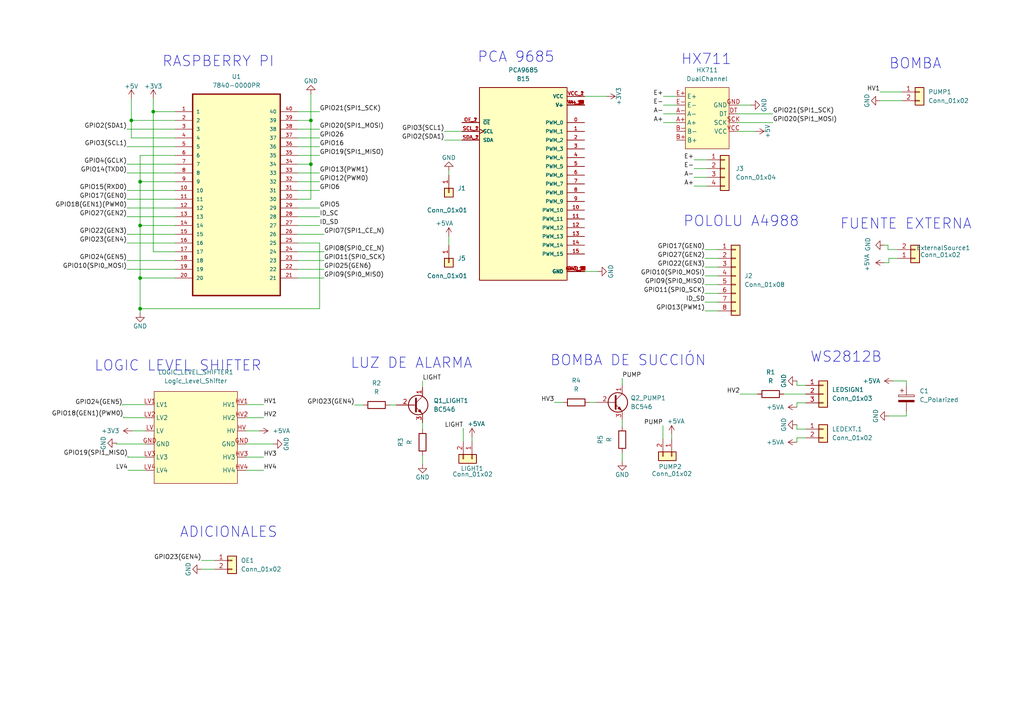
<source format=kicad_sch>
(kicad_sch (version 20211123) (generator eeschema)
  (paper "A4")
  (title_block (date "15 nov 2012"))
  (lib_symbols
    (symbol "7840-0000PR:7840-0000PR" (pin_names (offset 1.016))
      (property "Reference" "U" (at -5.461 26.8732 0))
      (property "Value" "7840-0000PR" (at -3.683 -36.0172 0))
      (symbol "7840-0000PR_0_0"
        (rectangle (start -12.7 -33.02) (end 12.7 25.4) (stroke (width 0.4064)) (fill (type background)))
        (pin passive line (at -17.78 20.32 0) (length 5.08) (name "1") (number "1"))
        (pin passive line (at -17.78 -2.54 0) (length 5.08) (name "10") (number "10"))
        (pin passive line (at -17.78 -5.08 0) (length 5.08) (name "11") (number "11"))
        (pin passive line (at -17.78 -7.62 0) (length 5.08) (name "12") (number "12"))
        (pin passive line (at -17.78 -10.16 0) (length 5.08) (name "13") (number "13"))
        (pin passive line (at -17.78 -12.7 0) (length 5.08) (name "14") (number "14"))
        (pin passive line (at -17.78 -15.24 0) (length 5.08) (name "15") (number "15"))
        (pin passive line (at -17.78 -17.78 0) (length 5.08) (name "16") (number "16"))
        (pin passive line (at -17.78 -20.32 0) (length 5.08) (name "17") (number "17"))
        (pin passive line (at -17.78 -22.86 0) (length 5.08) (name "18") (number "18"))
        (pin passive line (at -17.78 -25.4 0) (length 5.08) (name "19") (number "19"))
        (pin passive line (at -17.78 17.78 0) (length 5.08) (name "2") (number "2"))
        (pin passive line (at -17.78 -27.94 0) (length 5.08) (name "20") (number "20"))
        (pin passive line (at 17.78 -27.94 180) (length 5.08) (name "21") (number "21"))
        (pin passive line (at 17.78 -25.4 180) (length 5.08) (name "22") (number "22"))
        (pin passive line (at 17.78 -22.86 180) (length 5.08) (name "23") (number "23"))
        (pin passive line (at 17.78 -20.32 180) (length 5.08) (name "24") (number "24"))
        (pin passive line (at 17.78 -17.78 180) (length 5.08) (name "25") (number "25"))
        (pin passive line (at 17.78 -15.24 180) (length 5.08) (name "26") (number "26"))
        (pin passive line (at 17.78 -12.7 180) (length 5.08) (name "27") (number "27"))
        (pin passive line (at 17.78 -10.16 180) (length 5.08) (name "28") (number "28"))
        (pin passive line (at 17.78 -7.62 180) (length 5.08) (name "29") (number "29"))
        (pin passive line (at -17.78 15.24 0) (length 5.08) (name "3") (number "3"))
        (pin passive line (at 17.78 -5.08 180) (length 5.08) (name "30") (number "30"))
        (pin passive line (at 17.78 -2.54 180) (length 5.08) (name "31") (number "31"))
        (pin passive line (at 17.78 0 180) (length 5.08) (name "32") (number "32"))
        (pin passive line (at 17.78 2.54 180) (length 5.08) (name "33") (number "33"))
        (pin passive line (at 17.78 5.08 180) (length 5.08) (name "34") (number "34"))
        (pin passive line (at 17.78 7.62 180) (length 5.08) (name "35") (number "35"))
        (pin passive line (at 17.78 10.16 180) (length 5.08) (name "36") (number "36"))
        (pin passive line (at 17.78 12.7 180) (length 5.08) (name "37") (number "37"))
        (pin passive line (at 17.78 15.24 180) (length 5.08) (name "38") (number "38"))
        (pin passive line (at 17.78 17.78 180) (length 5.08) (name "39") (number "39"))
        (pin passive line (at -17.78 12.7 0) (length 5.08) (name "4") (number "4"))
        (pin passive line (at 17.78 20.32 180) (length 5.08) (name "40") (number "40"))
        (pin passive line (at -17.78 10.16 0) (length 5.08) (name "5") (number "5"))
        (pin passive line (at -17.78 7.62 0) (length 5.08) (name "6") (number "6"))
        (pin passive line (at -17.78 5.08 0) (length 5.08) (name "7") (number "7"))
        (pin passive line (at -17.78 2.54 0) (length 5.08) (name "8") (number "8"))
        (pin passive line (at -17.78 0 0) (length 5.08) (name "9") (number "9"))
      )
    )
    (symbol "Connector_Generic:Conn_01x01" (pin_names (offset 1.016) hide)
      (property "Reference" "J" (at 0 2.54 0))
      (property "Value" "Conn_01x01" (at 0 -2.54 0))
      (symbol "Conn_01x01_1_1"
        (rectangle (start -1.27 0.127) (end 0 -0.127) (stroke (width 0.1524)))
        (rectangle (start -1.27 1.27) (end 1.27 -1.27) (stroke (width 0.254)) (fill (type background)))
        (pin passive line (at -5.08 0 0) (length 3.81) (name "Pin_1") (number "1"))
      )
    )
    (symbol "Connector_Generic:Conn_01x02" (pin_names (offset 1.016) hide)
      (property "Reference" "J" (at 0 2.54 0))
      (property "Value" "Conn_01x02" (at 0 -5.08 0))
      (symbol "Conn_01x02_1_1"
        (rectangle (start -1.27 -2.413) (end 0 -2.667) (stroke (width 0.1524)))
        (rectangle (start -1.27 0.127) (end 0 -0.127) (stroke (width 0.1524)))
        (rectangle (start -1.27 1.27) (end 1.27 -3.81) (stroke (width 0.254)) (fill (type background)))
        (pin passive line (at -5.08 0 0) (length 3.81) (name "Pin_1") (number "1"))
        (pin passive line (at -5.08 -2.54 0) (length 3.81) (name "Pin_2") (number "2"))
      )
    )
    (symbol "Connector_Generic:Conn_01x03" (pin_names (offset 1.016) hide)
      (property "Reference" "J" (at 0 5.08 0))
      (property "Value" "Conn_01x03" (at 0 -5.08 0))
      (symbol "Conn_01x03_1_1"
        (rectangle (start -1.27 -2.413) (end 0 -2.667) (stroke (width 0.1524)))
        (rectangle (start -1.27 0.127) (end 0 -0.127) (stroke (width 0.1524)))
        (rectangle (start -1.27 2.667) (end 0 2.413) (stroke (width 0.1524)))
        (rectangle (start -1.27 3.81) (end 1.27 -3.81) (stroke (width 0.254)) (fill (type background)))
        (pin passive line (at -5.08 2.54 0) (length 3.81) (name "Pin_1") (number "1"))
        (pin passive line (at -5.08 0 0) (length 3.81) (name "Pin_2") (number "2"))
        (pin passive line (at -5.08 -2.54 0) (length 3.81) (name "Pin_3") (number "3"))
      )
    )
    (symbol "Connector_Generic:Conn_01x04" (pin_names (offset 1.016) hide)
      (property "Reference" "J" (at 0 5.08 0))
      (property "Value" "Conn_01x04" (at 0 -7.62 0))
      (symbol "Conn_01x04_1_1"
        (rectangle (start -1.27 -4.953) (end 0 -5.207) (stroke (width 0.1524)))
        (rectangle (start -1.27 -2.413) (end 0 -2.667) (stroke (width 0.1524)))
        (rectangle (start -1.27 0.127) (end 0 -0.127) (stroke (width 0.1524)))
        (rectangle (start -1.27 2.667) (end 0 2.413) (stroke (width 0.1524)))
        (rectangle (start -1.27 3.81) (end 1.27 -6.35) (stroke (width 0.254)) (fill (type background)))
        (pin passive line (at -5.08 2.54 0) (length 3.81) (name "Pin_1") (number "1"))
        (pin passive line (at -5.08 0 0) (length 3.81) (name "Pin_2") (number "2"))
        (pin passive line (at -5.08 -2.54 0) (length 3.81) (name "Pin_3") (number "3"))
        (pin passive line (at -5.08 -5.08 0) (length 3.81) (name "Pin_4") (number "4"))
      )
    )
    (symbol "Connector_Generic:Conn_01x08" (pin_names (offset 1.016) hide)
      (property "Reference" "J" (at 0 10.16 0))
      (property "Value" "Conn_01x08" (at 0 -12.7 0))
      (symbol "Conn_01x08_1_1"
        (rectangle (start -1.27 -10.033) (end 0 -10.287) (stroke (width 0.1524)))
        (rectangle (start -1.27 -7.493) (end 0 -7.747) (stroke (width 0.1524)))
        (rectangle (start -1.27 -4.953) (end 0 -5.207) (stroke (width 0.1524)))
        (rectangle (start -1.27 -2.413) (end 0 -2.667) (stroke (width 0.1524)))
        (rectangle (start -1.27 0.127) (end 0 -0.127) (stroke (width 0.1524)))
        (rectangle (start -1.27 2.667) (end 0 2.413) (stroke (width 0.1524)))
        (rectangle (start -1.27 5.207) (end 0 4.953) (stroke (width 0.1524)))
        (rectangle (start -1.27 7.747) (end 0 7.493) (stroke (width 0.1524)))
        (rectangle (start -1.27 8.89) (end 1.27 -11.43) (stroke (width 0.254)) (fill (type background)))
        (pin passive line (at -5.08 7.62 0) (length 3.81) (name "Pin_1") (number "1"))
        (pin passive line (at -5.08 5.08 0) (length 3.81) (name "Pin_2") (number "2"))
        (pin passive line (at -5.08 2.54 0) (length 3.81) (name "Pin_3") (number "3"))
        (pin passive line (at -5.08 0 0) (length 3.81) (name "Pin_4") (number "4"))
        (pin passive line (at -5.08 -2.54 0) (length 3.81) (name "Pin_5") (number "5"))
        (pin passive line (at -5.08 -5.08 0) (length 3.81) (name "Pin_6") (number "6"))
        (pin passive line (at -5.08 -7.62 0) (length 3.81) (name "Pin_7") (number "7"))
        (pin passive line (at -5.08 -10.16 0) (length 3.81) (name "Pin_8") (number "8"))
      )
    )
    (symbol "Device:C_Polarized" (pin_numbers hide) (pin_names (offset 0.254))
      (property "Reference" "C" (at 0.635 2.54 0))
      (property "Value" "C_Polarized" (at 0.635 -2.54 0))
      (symbol "C_Polarized_0_1"
        (rectangle (start -2.286 0.508) (end 2.286 1.016))
        (polyline (pts (xy -1.778 2.286) (xy -0.762 2.286)))
        (polyline (pts (xy -1.27 2.794) (xy -1.27 1.778)))
        (rectangle (start 2.286 -0.508) (end -2.286 -1.016) (fill (type outline)))
      )
      (symbol "C_Polarized_1_1"
        (pin passive line (at 0 3.81 270) (length 2.794) (name "~") (number "1"))
        (pin passive line (at 0 -3.81 90) (length 2.794) (name "~") (number "2"))
      )
    )
    (symbol "Device:R" (pin_numbers hide) (pin_names (offset 0))
      (property "Reference" "R" (at 2.032 0 90))
      (property "Value" "R" (at 0 0 90))
      (symbol "R_0_1"
        (rectangle (start -1.016 -2.54) (end 1.016 2.54) (stroke (width 0.254)))
      )
      (symbol "R_1_1"
        (pin passive line (at 0 3.81 270) (length 1.27) (name "~") (number "1"))
        (pin passive line (at 0 -3.81 90) (length 1.27) (name "~") (number "2"))
      )
    )
    (symbol "DualChannel_HX711:DualChannel"
      (property "Reference" "U" (at 2.54 0 0))
      (property "Value" "DualChannel" (at 2.54 -2.54 0))
      (symbol "DualChannel_0_1"
        (rectangle (start -3.81 -3.81) (end 8.89 -21.59) (fill (type background)))
      )
      (symbol "DualChannel_1_1"
        (pin input line (at -6.35 -13.97 0) (length 2.54) (name "A+") (number "A+"))
        (pin input line (at -6.35 -11.43 0) (length 2.54) (name "A-") (number "A-"))
        (pin input line (at -6.35 -19.05 0) (length 2.54) (name "B+") (number "B+"))
        (pin input line (at -6.35 -16.51 0) (length 2.54) (name "B-") (number "B-"))
        (pin input line (at 11.43 -11.43 180) (length 2.54) (name "DT") (number "DT"))
        (pin input line (at -6.35 -6.35 0) (length 2.54) (name "E+") (number "E+"))
        (pin input line (at -6.35 -8.89 0) (length 2.54) (name "E-") (number "E-"))
        (pin input line (at 11.43 -8.89 180) (length 2.54) (name "GND") (number "GND"))
        (pin input line (at 11.43 -13.97 180) (length 2.54) (name "SCK") (number "SCK"))
        (pin input line (at 11.43 -16.51 180) (length 2.54) (name "VCC") (number "VCC"))
      )
    )
    (symbol "Logic_level:Logic_Level_Shifter"
      (property "Reference" "U" (at 0 1.27 0))
      (property "Value" "Logic_Level_Shifter" (at 0 0 0))
      (symbol "Logic_Level_Shifter_0_1"
        (rectangle (start -12.7 -3.81) (end 11.43 -30.48) (fill (type background)))
      )
      (symbol "Logic_Level_Shifter_1_1"
        (pin input line (at -15.24 -19.05 0) (length 2.54) (name "GND") (number "GND"))
        (pin input line (at 13.97 -19.05 180) (length 2.54) (name "GND") (number "GND"))
        (pin input line (at 13.97 -15.24 180) (length 2.54) (name "HV") (number "HV"))
        (pin input line (at 13.97 -7.62 180) (length 2.54) (name "HV1") (number "HV1"))
        (pin input line (at 13.97 -11.43 180) (length 2.54) (name "HV2") (number "HV2"))
        (pin input line (at 13.97 -22.86 180) (length 2.54) (name "HV3") (number "HV3"))
        (pin input line (at 13.97 -26.67 180) (length 2.54) (name "HV4") (number "HV4"))
        (pin input line (at -15.24 -15.24 0) (length 2.54) (name "LV") (number "LV"))
        (pin input line (at -15.24 -7.62 0) (length 2.54) (name "LV1") (number "LV1"))
        (pin input line (at -15.24 -11.43 0) (length 2.54) (name "LV2") (number "LV2"))
        (pin input line (at -15.24 -22.86 0) (length 2.54) (name "LV3") (number "LV3"))
        (pin input line (at -15.24 -26.67 0) (length 2.54) (name "LV4") (number "LV4"))
      )
    )
    (symbol "PCA9685:815" (pin_names (offset 1.016))
      (property "Reference" "U" (at -12.7 28.702 0))
      (property "Value" "815" (at -12.7 -30.48 0))
      (symbol "815_0_0"
        (rectangle (start -12.7 -27.94) (end 12.7 27.94) (stroke (width 0.254)) (fill (type background)))
        (pin output line (at 17.78 17.78 180) (length 5.08) (name "PWM_0") (number "0"))
        (pin output line (at 17.78 15.24 180) (length 5.08) (name "PWM_1") (number "1"))
        (pin output line (at 17.78 -7.62 180) (length 5.08) (name "PWM_10") (number "10"))
        (pin output line (at 17.78 -10.16 180) (length 5.08) (name "PWM_11") (number "11"))
        (pin output line (at 17.78 -12.7 180) (length 5.08) (name "PWM_12") (number "12"))
        (pin output line (at 17.78 -15.24 180) (length 5.08) (name "PWM_13") (number "13"))
        (pin output line (at 17.78 -17.78 180) (length 5.08) (name "PWM_14") (number "14"))
        (pin output line (at 17.78 -20.32 180) (length 5.08) (name "PWM_15") (number "15"))
        (pin output line (at 17.78 12.7 180) (length 5.08) (name "PWM_2") (number "2"))
        (pin output line (at 17.78 10.16 180) (length 5.08) (name "PWM_3") (number "3"))
        (pin output line (at 17.78 7.62 180) (length 5.08) (name "PWM_4") (number "4"))
        (pin output line (at 17.78 5.08 180) (length 5.08) (name "PWM_5") (number "5"))
        (pin output line (at 17.78 2.54 180) (length 5.08) (name "PWM_6") (number "6"))
        (pin output line (at 17.78 0 180) (length 5.08) (name "PWM_7") (number "7"))
        (pin output line (at 17.78 -2.54 180) (length 5.08) (name "PWM_8") (number "8"))
        (pin output line (at 17.78 -5.08 180) (length 5.08) (name "PWM_9") (number "9"))
        (pin power_in line (at 17.78 -25.4 180) (length 5.08) (name "GND") (number "GND_1"))
        (pin power_in line (at 17.78 -25.4 180) (length 5.08) (name "GND") (number "GND_10"))
        (pin power_in line (at 17.78 -25.4 180) (length 5.08) (name "GND") (number "GND_11"))
        (pin power_in line (at 17.78 -25.4 180) (length 5.08) (name "GND") (number "GND_12"))
        (pin power_in line (at 17.78 -25.4 180) (length 5.08) (name "GND") (number "GND_13"))
        (pin power_in line (at 17.78 -25.4 180) (length 5.08) (name "GND") (number "GND_14"))
        (pin power_in line (at 17.78 -25.4 180) (length 5.08) (name "GND") (number "GND_15"))
        (pin power_in line (at 17.78 -25.4 180) (length 5.08) (name "GND") (number "GND_16"))
        (pin power_in line (at 17.78 -25.4 180) (length 5.08) (name "GND") (number "GND_17"))
        (pin power_in line (at 17.78 -25.4 180) (length 5.08) (name "GND") (number "GND_18"))
        (pin power_in line (at 17.78 -25.4 180) (length 5.08) (name "GND") (number "GND_2"))
        (pin power_in line (at 17.78 -25.4 180) (length 5.08) (name "GND") (number "GND_3"))
        (pin power_in line (at 17.78 -25.4 180) (length 5.08) (name "GND") (number "GND_4"))
        (pin power_in line (at 17.78 -25.4 180) (length 5.08) (name "GND") (number "GND_5"))
        (pin power_in line (at 17.78 -25.4 180) (length 5.08) (name "GND") (number "GND_6"))
        (pin power_in line (at 17.78 -25.4 180) (length 5.08) (name "GND") (number "GND_7"))
        (pin power_in line (at 17.78 -25.4 180) (length 5.08) (name "GND") (number "GND_8"))
        (pin power_in line (at 17.78 -25.4 180) (length 5.08) (name "GND") (number "GND_9"))
        (pin input line (at -17.78 17.78 0) (length 5.08) (name "~{OE}") (number "OE_1"))
        (pin input line (at -17.78 17.78 0) (length 5.08) (name "~{OE}") (number "OE_2"))
        (pin input clock (at -17.78 15.24 0) (length 5.08) (name "SCL") (number "SCL_1"))
        (pin input clock (at -17.78 15.24 0) (length 5.08) (name "SCL") (number "SCL_2"))
        (pin bidirectional line (at -17.78 12.7 0) (length 5.08) (name "SDA") (number "SDA_1"))
        (pin bidirectional line (at -17.78 12.7 0) (length 5.08) (name "SDA") (number "SDA_2"))
        (pin power_in line (at 17.78 22.86 180) (length 5.08) (name "V+") (number "V+_1"))
        (pin power_in line (at 17.78 22.86 180) (length 5.08) (name "V+") (number "V+_10"))
        (pin power_in line (at 17.78 22.86 180) (length 5.08) (name "V+") (number "V+_11"))
        (pin power_in line (at 17.78 22.86 180) (length 5.08) (name "V+") (number "V+_12"))
        (pin power_in line (at 17.78 22.86 180) (length 5.08) (name "V+") (number "V+_13"))
        (pin power_in line (at 17.78 22.86 180) (length 5.08) (name "V+") (number "V+_14"))
        (pin power_in line (at 17.78 22.86 180) (length 5.08) (name "V+") (number "V+_15"))
        (pin power_in line (at 17.78 22.86 180) (length 5.08) (name "V+") (number "V+_16"))
        (pin power_in line (at 17.78 22.86 180) (length 5.08) (name "V+") (number "V+_17"))
        (pin power_in line (at 17.78 22.86 180) (length 5.08) (name "V+") (number "V+_18"))
        (pin power_in line (at 17.78 22.86 180) (length 5.08) (name "V+") (number "V+_2"))
        (pin power_in line (at 17.78 22.86 180) (length 5.08) (name "V+") (number "V+_3"))
        (pin power_in line (at 17.78 22.86 180) (length 5.08) (name "V+") (number "V+_4"))
        (pin power_in line (at 17.78 22.86 180) (length 5.08) (name "V+") (number "V+_5"))
        (pin power_in line (at 17.78 22.86 180) (length 5.08) (name "V+") (number "V+_6"))
        (pin power_in line (at 17.78 22.86 180) (length 5.08) (name "V+") (number "V+_7"))
        (pin power_in line (at 17.78 22.86 180) (length 5.08) (name "V+") (number "V+_8"))
        (pin power_in line (at 17.78 22.86 180) (length 5.08) (name "V+") (number "V+_9"))
        (pin power_in line (at 17.78 25.4 180) (length 5.08) (name "VCC") (number "VCC_1"))
        (pin power_in line (at 17.78 25.4 180) (length 5.08) (name "VCC") (number "VCC_2"))
      )
    )
    (symbol "Transistor_BJT:BC546" (pin_names (offset 0) hide)
      (property "Reference" "Q" (at 5.08 1.905 0))
      (property "Value" "BC546" (at 5.08 0 0))
      (symbol "BC546_0_1"
        (polyline (pts (xy 0 0) (xy 0.635 0)))
        (polyline (pts (xy 0.635 0.635) (xy 2.54 2.54)))
        (polyline (pts (xy 0.635 -0.635) (xy 2.54 -2.54) (xy 2.54 -2.54)))
        (polyline (pts (xy 0.635 1.905) (xy 0.635 -1.905) (xy 0.635 -1.905)) (stroke (width 0.508)))
        (polyline (pts (xy 1.27 -1.778) (xy 1.778 -1.27) (xy 2.286 -2.286) (xy 1.27 -1.778) (xy 1.27 -1.778)) (fill (type outline)))
        (circle (center 1.27 0) (radius 2.8194) (stroke (width 0.254)))
      )
      (symbol "BC546_1_1"
        (pin passive line (at 2.54 5.08 270) (length 2.54) (name "C") (number "1"))
        (pin input line (at -5.08 0 0) (length 5.08) (name "B") (number "2"))
        (pin passive line (at 2.54 -5.08 90) (length 2.54) (name "E") (number "3"))
      )
    )
    (symbol "power:+3.3V" (power) (pin_names (offset 0))
      (property "Value" "+3.3V" (at 0 3.556 0))
      (symbol "+3.3V_0_1"
        (polyline (pts (xy -0.762 1.27) (xy 0 2.54)))
        (polyline (pts (xy 0 0) (xy 0 2.54)))
        (polyline (pts (xy 0 2.54) (xy 0.762 1.27)))
      )
      (symbol "+3.3V_1_1"
        (pin power_in line (at 0 0 90) (length 0) hide (name "+3V3") (number "1"))
      )
    )
    (symbol "power:+5V" (power) (pin_names (offset 0))
      (property "Value" "+5V" (at 0 3.556 0))
      (symbol "+5V_0_1"
        (polyline (pts (xy -0.762 1.27) (xy 0 2.54)))
        (polyline (pts (xy 0 0) (xy 0 2.54)))
        (polyline (pts (xy 0 2.54) (xy 0.762 1.27)))
      )
      (symbol "+5V_1_1"
        (pin power_in line (at 0 0 90) (length 0) hide (name "+5V") (number "1"))
      )
    )
    (symbol "power:+5VA" (power) (pin_names (offset 0))
      (property "Value" "+5VA" (at 0 3.556 0))
      (symbol "+5VA_0_1"
        (polyline (pts (xy -0.762 1.27) (xy 0 2.54)))
        (polyline (pts (xy 0 0) (xy 0 2.54)))
        (polyline (pts (xy 0 2.54) (xy 0.762 1.27)))
      )
      (symbol "+5VA_1_1"
        (pin power_in line (at 0 0 90) (length 0) hide (name "+5VA") (number "1"))
      )
    )
    (symbol "power:GND" (power) (pin_names (offset 0))
      (property "Value" "GND" (at 0 -3.81 0))
      (symbol "GND_0_1"
        (polyline (pts (xy 0 0) (xy 0 -1.27) (xy 1.27 -1.27) (xy 0 -2.54) (xy -1.27 -1.27) (xy 0 -1.27)))
      )
      (symbol "GND_1_1"
        (pin power_in line (at 0 0 270) (length 0) hide (name "GND") (number "1"))
      )
    )
  )
  (junction (at 40.64 52.705))
  (junction (at 40.64 65.405))
  (junction (at 38.1 34.925))
  (junction (at 90.17 47.625))
  (junction (at 90.17 34.925))
  (junction (at 40.64 89.535))
  (junction (at 40.64 80.645))
  (junction (at 44.45 32.385))
  (wire (pts (xy 50.8 73.025) (xy 44.45 73.025)))
  (wire (pts (xy 160.782 116.713) (xy 163.322 116.713)))
  (wire (pts (xy 36.83 70.485) (xy 50.8 70.485)))
  (wire (pts (xy 35.56 117.348) (xy 35.56 117.602)))
  (wire (pts (xy 231.14 118.11) (xy 231.14 116.84)))
  (wire (pts (xy 44.45 32.385) (xy 44.45 28.575)))
  (wire (pts (xy 86.36 73.025) (xy 93.98 73.025)))
  (wire (pts (xy 86.36 78.105) (xy 93.98 78.105)))
  (wire (pts (xy 257.556 72.39) (xy 257.556 71.12)))
  (wire (pts (xy 208.28 82.55) (xy 204.47 82.55)))
  (wire (pts (xy 86.36 32.385) (xy 92.71 32.385)))
  (wire (pts (xy 134.366 124.206) (xy 134.366 128.016)))
  (wire (pts (xy 233.68 127) (xy 231.14 127)))
  (wire (pts (xy 71.374 121.158) (xy 76.454 121.158)))
  (wire (pts (xy 71.374 136.398) (xy 76.454 136.398)))
  (wire (pts (xy 36.83 78.105) (xy 50.8 78.105)))
  (wire (pts (xy 122.555 132.08) (xy 122.555 134.62)))
  (wire (pts (xy 208.28 87.63) (xy 204.47 87.63)))
  (wire (pts (xy 36.83 62.865) (xy 50.8 62.865)))
  (wire (pts (xy 36.83 37.465) (xy 50.8 37.465)))
  (wire (pts (xy 36.83 50.165) (xy 50.8 50.165)))
  (wire (pts (xy 257.81 76.2) (xy 256.54 76.2)))
  (wire (pts (xy 36.83 75.565) (xy 50.8 75.565)))
  (wire (pts (xy 86.36 60.325) (xy 92.71 60.325)))
  (wire (pts (xy 231.14 124.46) (xy 233.68 124.46)))
  (wire (pts (xy 213.995 33.02) (xy 224.155 33.02)))
  (wire (pts (xy 192.405 30.48) (xy 196.215 30.48)))
  (wire (pts (xy 86.36 57.785) (xy 90.17 57.785)))
  (wire (pts (xy 260.35 74.93) (xy 257.81 74.93)))
  (wire (pts (xy 204.47 80.01) (xy 208.28 80.01)))
  (wire (pts (xy 86.36 62.865) (xy 92.71 62.865)))
  (wire (pts (xy 40.64 89.535) (xy 40.64 90.805)))
  (wire (pts (xy 50.8 32.385) (xy 44.45 32.385)))
  (wire (pts (xy 86.36 55.245) (xy 92.71 55.245)))
  (wire (pts (xy 36.83 67.945) (xy 50.8 67.945)))
  (wire (pts (xy 86.36 52.705) (xy 92.71 52.705)))
  (wire (pts (xy 40.64 45.085) (xy 40.64 52.705)))
  (wire (pts (xy 44.45 73.025) (xy 44.45 32.385)))
  (wire (pts (xy 227.33 114.3) (xy 233.68 114.3)))
  (wire (pts (xy 204.47 72.39) (xy 208.28 72.39)))
  (wire (pts (xy 86.36 45.085) (xy 92.71 45.085)))
  (wire (pts (xy 71.374 124.968) (xy 75.184 124.968)))
  (wire (pts (xy 42.164 132.588) (xy 37.084 132.588)))
  (wire (pts (xy 192.278 123.444) (xy 192.278 127.254)))
  (wire (pts (xy 255.27 26.67) (xy 261.62 26.67)))
  (wire (pts (xy 58.42 165.1) (xy 62.23 165.1)))
  (wire (pts (xy 90.17 27.305) (xy 90.17 34.925)))
  (wire (pts (xy 37.084 136.398) (xy 42.164 136.398)))
  (wire (pts (xy 38.1 40.005) (xy 38.1 34.925)))
  (wire (pts (xy 35.814 121.158) (xy 35.814 120.904)))
  (wire (pts (xy 194.818 125.984) (xy 194.818 127.254)))
  (wire (pts (xy 201.295 46.355) (xy 205.105 46.355)))
  (wire (pts (xy 262.89 111.76) (xy 262.89 110.49)))
  (wire (pts (xy 42.164 117.348) (xy 35.56 117.348)))
  (wire (pts (xy 257.81 74.93) (xy 257.81 76.2)))
  (wire (pts (xy 192.405 27.94) (xy 196.215 27.94)))
  (wire (pts (xy 208.28 90.17) (xy 204.47 90.17)))
  (wire (pts (xy 180.467 123.698) (xy 180.467 121.793)))
  (wire (pts (xy 50.8 34.925) (xy 38.1 34.925)))
  (wire (pts (xy 42.164 121.158) (xy 35.814 121.158)))
  (wire (pts (xy 36.83 47.625) (xy 50.8 47.625)))
  (wire (pts (xy 90.17 57.785) (xy 90.17 47.625)))
  (wire (pts (xy 92.71 89.535) (xy 40.64 89.535)))
  (wire (pts (xy 92.71 70.485) (xy 92.71 89.535)))
  (wire (pts (xy 204.47 77.47) (xy 208.28 77.47)))
  (wire (pts (xy 40.64 52.705) (xy 40.64 65.405)))
  (wire (pts (xy 169.545 27.94) (xy 175.895 27.94)))
  (wire (pts (xy 231.14 123.19) (xy 231.14 124.46)))
  (wire (pts (xy 42.164 128.778) (xy 33.782 128.778)))
  (wire (pts (xy 180.467 109.728) (xy 180.467 111.633)))
  (wire (pts (xy 40.64 65.405) (xy 40.64 80.645)))
  (wire (pts (xy 36.83 42.545) (xy 50.8 42.545)))
  (wire (pts (xy 214.63 114.3) (xy 219.71 114.3)))
  (wire (pts (xy 38.1 34.925) (xy 38.1 28.575)))
  (wire (pts (xy 169.545 78.74) (xy 173.355 78.74)))
  (wire (pts (xy 50.8 40.005) (xy 38.1 40.005)))
  (wire (pts (xy 255.27 29.21) (xy 261.62 29.21)))
  (wire (pts (xy 192.405 35.56) (xy 196.215 35.56)))
  (wire (pts (xy 86.36 42.545) (xy 92.71 42.545)))
  (wire (pts (xy 128.905 38.1) (xy 133.985 38.1)))
  (wire (pts (xy 71.374 132.588) (xy 76.454 132.588)))
  (wire (pts (xy 231.14 111.76) (xy 231.14 110.49)))
  (wire (pts (xy 86.36 37.465) (xy 92.71 37.465)))
  (wire (pts (xy 71.374 128.778) (xy 79.248 128.778)))
  (wire (pts (xy 180.467 131.318) (xy 180.467 133.858)))
  (wire (pts (xy 213.995 35.56) (xy 224.155 35.56)))
  (wire (pts (xy 130.175 68.58) (xy 130.175 71.12)))
  (wire (pts (xy 86.36 67.945) (xy 93.98 67.945)))
  (wire (pts (xy 208.28 85.09) (xy 204.47 85.09)))
  (wire (pts (xy 231.14 116.84) (xy 233.68 116.84)))
  (wire (pts (xy 36.83 60.325) (xy 50.8 60.325)))
  (wire (pts (xy 71.374 117.348) (xy 76.454 117.348)))
  (wire (pts (xy 36.83 55.245) (xy 50.8 55.245)))
  (wire (pts (xy 86.36 50.165) (xy 92.71 50.165)))
  (wire (pts (xy 58.42 162.56) (xy 62.23 162.56)))
  (wire (pts (xy 86.36 40.005) (xy 92.71 40.005)))
  (wire (pts (xy 213.995 38.1) (xy 219.075 38.1)))
  (wire (pts (xy 40.64 80.645) (xy 40.64 89.535)))
  (wire (pts (xy 233.68 111.76) (xy 231.14 111.76)))
  (wire (pts (xy 40.64 80.645) (xy 50.8 80.645)))
  (wire (pts (xy 262.89 119.38) (xy 262.89 120.65)))
  (wire (pts (xy 86.36 65.405) (xy 92.71 65.405)))
  (wire (pts (xy 122.555 124.46) (xy 122.555 122.555)))
  (wire (pts (xy 262.89 110.49) (xy 259.08 110.49)))
  (wire (pts (xy 102.87 117.475) (xy 105.41 117.475)))
  (wire (pts (xy 42.164 124.968) (xy 38.354 124.968)))
  (wire (pts (xy 50.8 52.705) (xy 40.64 52.705)))
  (wire (pts (xy 260.35 72.39) (xy 257.556 72.39)))
  (wire (pts (xy 113.03 117.475) (xy 114.935 117.475)))
  (wire (pts (xy 192.405 33.02) (xy 196.215 33.02)))
  (wire (pts (xy 90.17 47.625) (xy 90.17 34.925)))
  (wire (pts (xy 201.295 53.975) (xy 205.105 53.975)))
  (wire (pts (xy 213.995 30.48) (xy 217.805 30.48)))
  (wire (pts (xy 86.36 34.925) (xy 90.17 34.925)))
  (wire (pts (xy 201.295 48.895) (xy 205.105 48.895)))
  (wire (pts (xy 36.83 57.785) (xy 50.8 57.785)))
  (wire (pts (xy 257.556 71.12) (xy 256.54 71.12)))
  (wire (pts (xy 37.084 132.334) (xy 37.084 132.588)))
  (wire (pts (xy 50.8 45.085) (xy 40.64 45.085)))
  (wire (pts (xy 122.555 110.49) (xy 122.555 112.395)))
  (wire (pts (xy 136.906 126.746) (xy 136.906 128.016)))
  (wire (pts (xy 86.36 75.565) (xy 93.98 75.565)))
  (wire (pts (xy 33.782 128.778) (xy 33.782 128.524)))
  (wire (pts (xy 170.942 116.713) (xy 172.847 116.713)))
  (wire (pts (xy 130.175 49.53) (xy 130.175 50.8)))
  (wire (pts (xy 201.295 51.435) (xy 205.105 51.435)))
  (wire (pts (xy 128.905 40.64) (xy 133.985 40.64)))
  (wire (pts (xy 231.14 127) (xy 231.14 128.27)))
  (wire (pts (xy 86.36 47.625) (xy 90.17 47.625)))
  (wire (pts (xy 86.36 70.485) (xy 92.71 70.485)))
  (wire (pts (xy 40.64 65.405) (xy 50.8 65.405)))
  (wire (pts (xy 86.36 80.645) (xy 93.98 80.645)))
  (wire (pts (xy 204.47 74.93) (xy 208.28 74.93)))
  (wire (pts (xy 262.89 120.65) (xy 257.81 120.65)))
  (text "ADICIONALES\n" (at 52.07 156.21 0) (effects (font (size 3 3)) (justify left bottom)))
  (text "PCA 9685" (at 138.43 18.415 0) (effects (font (size 3 3)) (justify left bottom)))
  (text "FUENTE EXTERNA" (at 243.586 66.802 0) (effects (font (size 3 3)) (justify left bottom)))
  (text "LUZ DE ALARMA\n" (at 101.6 107.188 0) (effects (font (size 3 3)) (justify left bottom)))
  (text "WS2812B" (at 234.95 105.41 0) (effects (font (size 3 3)) (justify left bottom)))
  (text "RASPBERRY PI" (at 46.99 19.685 0) (effects (font (size 3 3)) (justify left bottom)))
  (text "LOGIC LEVEL SHIFTER\n" (at 27.305 107.95 0) (effects (font (size 3 3)) (justify left bottom)))
  (text "HX711\n" (at 197.485 19.05 0) (effects (font (size 3 3)) (justify left bottom)))
  (text "BOMBA DE SUCCIÓN\n" (at 159.512 106.426 0) (effects (font (size 3 3)) (justify left bottom)))
  (text "POLOLU A4988" (at 198.12 66.04 0) (effects (font (size 3 3)) (justify left bottom)))
  (text "BOMBA" (at 257.81 20.32 0) (effects (font (size 3 3)) (justify left bottom)))
  (label "GPIO11(SPI0_SCK)" (at 93.98 75.565 0))
  (label "GPIO27(GEN2)" (at 36.83 62.865 180))
  (label "GPIO5" (at 92.71 60.325 0))
  (label "GPIO20(SPI1_MOSI)" (at 224.155 35.56 0))
  (label "A-" (at 201.295 51.435 180))
  (label "E-" (at 201.295 48.895 180))
  (label "GPIO9(SPI0_MISO)" (at 204.47 82.55 180))
  (label "GPIO14(TXD0)" (at 36.83 50.165 180))
  (label "ID_SD" (at 92.71 65.405 0))
  (label "E+" (at 192.405 27.94 180))
  (label "PUMP" (at 192.278 123.444 180))
  (label "GPIO20(SPI1_MOSI)" (at 92.71 37.465 0))
  (label "A-" (at 192.405 33.02 180))
  (label "GPIO7(SPI1_CE_N)" (at 93.98 67.945 0))
  (label "GPIO26" (at 92.71 40.005 0))
  (label "GPIO19(SPI1_MISO)" (at 92.71 45.085 0))
  (label "GPIO24(GEN5)" (at 36.83 75.565 180))
  (label "GPIO21(SPI1_SCK)" (at 224.155 33.02 0))
  (label "HV3" (at 160.782 116.713 180))
  (label "LV4" (at 37.084 136.398 180))
  (label "E+" (at 201.295 46.355 180))
  (label "GPIO6" (at 92.71 55.245 0))
  (label "GPIO3(SCL1)" (at 128.905 38.1 180))
  (label "GPIO22(GEN3)" (at 36.83 67.945 180))
  (label "GPIO27(GEN2)" (at 204.47 74.93 180))
  (label "GPIO10(SPI0_MOSI)" (at 204.47 80.01 180))
  (label "GPIO23(GEN4)" (at 58.42 162.56 180))
  (label "GPIO2(SDA1)" (at 36.83 37.465 180))
  (label "GPIO15(RXD0)" (at 36.83 55.245 180))
  (label "HV1" (at 76.454 117.348 0))
  (label "HV1" (at 255.27 26.67 180))
  (label "GPIO8(SPI0_CE_N)" (at 93.98 73.025 0))
  (label "PUMP" (at 180.467 109.728 0))
  (label "HV3" (at 76.454 132.588 0))
  (label "GPIO10(SPI0_MOSI)" (at 36.83 78.105 180))
  (label "A+" (at 201.295 53.975 180))
  (label "GPIO19(SPI1_MISO)" (at 37.084 132.334 180))
  (label "GPIO13(PWM1)" (at 92.71 50.165 0))
  (label "GPIO23(GEN4)" (at 102.87 117.475 180))
  (label "GPIO17(GEN0)" (at 36.83 57.785 180))
  (label "GPIO18(GEN1)(PWM0)" (at 36.83 60.325 180))
  (label "HV2" (at 76.454 121.158 0))
  (label "GPIO25(GEN6)" (at 93.98 78.105 0))
  (label "GPIO17(GEN0)" (at 204.47 72.39 180))
  (label "ID_SD" (at 204.47 87.63 180))
  (label "GPIO18(GEN1)(PWM0)" (at 35.814 120.904 180))
  (label "GPIO3(SCL1)" (at 36.83 42.545 180))
  (label "GPIO4(GCLK)" (at 36.83 47.625 180))
  (label "GPIO23(GEN4)" (at 36.83 70.485 180))
  (label "GPIO16" (at 92.71 42.545 0))
  (label "GPIO11(SPI0_SCK)" (at 204.47 85.09 180))
  (label "LIGHT" (at 122.555 110.49 0))
  (label "GPIO22(GEN3)" (at 204.47 77.47 180))
  (label "GPIO12(PWM0)" (at 92.71 52.705 0))
  (label "GPIO24(GEN5)" (at 35.56 117.602 180))
  (label "GPIO2(SDA1)" (at 128.905 40.64 180))
  (label "A+" (at 192.405 35.56 180))
  (label "GPIO21(SPI1_SCK)" (at 92.71 32.385 0))
  (label "HV2" (at 214.63 114.3 180))
  (label "E-" (at 192.405 30.48 180))
  (label "LIGHT" (at 134.366 124.206 180))
  (label "GPIO9(SPI0_MISO)" (at 93.98 80.645 0))
  (label "ID_SC" (at 92.71 62.865 0))
  (label "GPIO13(PWM1)" (at 204.47 90.17 180))
  (label "HV4" (at 76.454 136.398 0))
  (symbol (lib_id "Connector_Generic:Conn_01x02") (at 136.906 133.096 270) (unit 1)
    (property "Reference" "LIGHT1" (at 133.604 135.89 90) (effects (justify left)))
    (property "Value" "Conn_01x02" (at 131.191 137.541 90) (effects (justify left)))
    (property "Footprint" "TerminalBlock:TerminalBlock_bornier-2_P5.08mm" (effects hide))
  )
  (symbol (lib_id "Connector_Generic:Conn_01x04") (at 210.185 48.895 0) (unit 1)
    (property "Reference" "J3" (at 213.36 48.8949 0) (effects (justify left)))
    (property "Value" "Conn_01x04" (at 213.36 51.4349 0) (effects (justify left)))
    (property "Footprint" "Connector_PinHeader_2.54mm:PinHeader_1x04_P2.54mm_Vertical" (effects hide))
  )
  (symbol (lib_id "power:+5V") (at 219.075 38.1 270) (unit 1)
    (property "Reference" "#PWR0104" (effects hide))
    (property "Value" "+5V" (at 222.631 38.1 0))
  )
  (symbol (lib_id "Connector_Generic:Conn_01x02") (at 266.7 26.67 0) (unit 1)
    (property "Reference" "PUMP1" (at 269.24 26.6699 0) (effects (justify left)))
    (property "Value" "Conn_01x02" (at 269.24 29.2099 0) (effects (justify left)))
    (property "Footprint" "TerminalBlock:TerminalBlock_bornier-2_P5.08mm" (effects hide))
  )
  (symbol (lib_id "power:+5VA") (at 136.906 126.746 0) (unit 1)
    (property "Reference" "#PWR0102" (effects hide))
    (property "Value" "+5VA" (at 140.716 122.936 0) (effects (justify right)))
  )
  (symbol (lib_id "power:+5VA") (at 259.08 110.49 90) (unit 1)
    (property "Reference" "#PWR0124" (effects hide))
    (property "Value" "+5VA" (at 250.19 110.49 90) (effects (justify right)))
  )
  (symbol (lib_id "power:+5VA") (at 130.175 68.58 0) (unit 1)
    (property "Reference" "#PWR0110" (effects hide))
    (property "Value" "+5VA" (at 128.905 64.77 0))
  )
  (symbol (lib_id "Device:R") (at 109.22 117.475 90) (unit 1)
    (property "Reference" "R2" (at 109.22 111.125 90))
    (property "Value" "R" (at 109.22 113.665 90))
    (property "Footprint" "Resistor_SMD:R_0805_2012Metric" (effects hide))
  )
  (symbol (lib_id "power:GND") (at 40.64 90.805 0) (unit 1)
    (property "Reference" "#PWR0106" (effects hide))
    (property "Value" "GND" (at 40.64 94.615 0))
  )
  (symbol (lib_id "power:+5VA") (at 231.14 128.27 90) (unit 1)
    (property "Reference" "#PWR0116" (effects hide))
    (property "Value" "+5VA" (at 222.25 128.27 90) (effects (justify right)))
  )
  (symbol (lib_id "power:+3.3V") (at 175.895 27.94 270) (unit 1)
    (property "Reference" "#PWR0105" (effects hide))
    (property "Value" "+3.3V" (at 179.451 27.94 0))
  )
  (symbol (lib_id "power:GND") (at 256.54 71.12 270) (unit 1)
    (property "Reference" "#PWR0112" (effects hide))
    (property "Value" "GND" (at 251.714 70.866 0))
  )
  (symbol (lib_id "Logic_level:Logic_Level_Shifter") (at 57.404 109.728 0) (unit 1)
    (property "Reference" "LOGIC_LEVEL_SHIFTER1" (at 56.769 107.95 0))
    (property "Value" "Logic_Level_Shifter" (at 56.769 110.49 0))
    (property "Footprint" "LogicLevel:MODULE_757" (effects hide))
  )
  (symbol (lib_id "7840-0000PR:7840-0000PR") (at 68.58 52.705 0) (unit 1)
    (property "Reference" "U1" (at 68.58 22.225 0))
    (property "Value" "7840-0000PR" (at 68.58 24.765 0))
    (property "Footprint" "Connector_IDC:IDC-Header_2x20_P2.54mm_Vertical" (effects hide))
    (property "PACKAGE" "40/PCB/2ROW/2.8MM" (effects hide))
    (property "OC_NEWARK" "18M8278" (effects hide))
    (property "OC_FARNELL" "9138773" (effects hide))
    (property "MPN" "7840-0000PR" (effects hide))
    (property "SUPPLIER" "3M" (effects hide))
  )
  (symbol (lib_id "Connector_Generic:Conn_01x02") (at 238.76 124.46 0) (unit 1)
    (property "Reference" "LEDEXT.1" (at 241.3 124.4599 0) (effects (justify left)))
    (property "Value" "Conn_01x02" (at 241.3 126.9999 0) (effects (justify left)))
    (property "Footprint" "TerminalBlock:TerminalBlock_bornier-2_P5.08mm" (effects hide))
  )
  (symbol (lib_id "Device:R") (at 223.52 114.3 90) (unit 1)
    (property "Reference" "R1" (at 223.52 107.95 90))
    (property "Value" "R" (at 223.52 110.49 90))
    (property "Footprint" "Resistor_SMD:R_0805_2012Metric" (effects hide))
  )
  (symbol (lib_id "Device:R") (at 180.467 127.508 180) (unit 1)
    (property "Reference" "R5" (at 174.117 127.508 90))
    (property "Value" "R" (at 176.657 127.508 90))
    (property "Footprint" "Resistor_SMD:R_0805_2012Metric" (effects hide))
  )
  (symbol (lib_id "power:+5VA") (at 256.54 76.2 90) (unit 1)
    (property "Reference" "#PWR0113" (effects hide))
    (property "Value" "+5VA" (at 251.46 76.2 0))
  )
  (symbol (lib_id "Transistor_BJT:BC546") (at 120.015 117.475 0) (unit 1)
    (property "Reference" "Q1_LIGHT1" (at 125.73 116.2049 0) (effects (justify left)))
    (property "Value" "BC546" (at 125.73 118.7449 0) (effects (justify left)))
    (property "Footprint" "Package_TO_SOT_THT:TO-92_Inline" (effects hide))
    (property "Datasheet" "https://www.onsemi.com/pub/Collateral/BC550-D.pdf" (effects hide))
  )
  (symbol (lib_id "power:GND") (at 79.248 128.778 90) (unit 1)
    (property "Reference" "#PWR0128" (effects hide))
    (property "Value" "GND" (at 83.058 128.778 0))
  )
  (symbol (lib_id "Device:C_Polarized") (at 262.89 115.57 0) (unit 1)
    (property "Reference" "C1" (at 266.7 113.4109 0) (effects (justify left)))
    (property "Value" "C_Polarized" (at 266.7 115.9509 0) (effects (justify left)))
    (property "Footprint" "Capacitor_THT:CP_Radial_D8.0mm_P5.00mm" (effects hide))
  )
  (symbol (lib_id "Device:R") (at 122.555 128.27 180) (unit 1)
    (property "Reference" "R3" (at 116.205 128.27 90))
    (property "Value" "R" (at 118.745 128.27 90))
    (property "Footprint" "Resistor_SMD:R_0805_2012Metric" (effects hide))
  )
  (symbol (lib_id "DualChannel_HX711:DualChannel") (at 202.565 21.59 0) (unit 1)
    (property "Reference" "HX711" (at 205.105 20.32 0))
    (property "Value" "DualChannel" (at 205.105 22.86 0))
    (property "Footprint" "DualChannel_HX711:Dual Channel" (effects hide))
  )
  (symbol (lib_id "PCA9685:815") (at 151.765 53.34 0) (unit 1)
    (property "Reference" "PCA9685" (at 151.765 20.32 0))
    (property "Value" "815" (at 151.765 22.86 0))
    (property "Footprint" "PCA9685:PCA9685" (effects hide))
    (property "STANDARD" "Manufacturer Recommendations" (effects hide))
    (property "PARTREV" "2021-11-15" (effects hide))
    (property "MANUFACTURER" "Adafruit" (effects hide))
  )
  (symbol (lib_id "power:GND") (at 257.81 120.65 270) (unit 1)
    (property "Reference" "#PWR0125" (effects hide))
    (property "Value" "GND" (at 254 120.65 0))
  )
  (symbol (lib_id "Transistor_BJT:BC546") (at 177.927 116.713 0) (unit 1)
    (property "Reference" "Q2_PUMP1" (at 182.88 115.4429 0) (effects (justify left)))
    (property "Value" "BC546" (at 182.88 117.9829 0) (effects (justify left)))
    (property "Footprint" "Package_TO_SOT_THT:TO-92_Inline" (effects hide))
    (property "Datasheet" "https://www.onsemi.com/pub/Collateral/BC550-D.pdf" (effects hide))
  )
  (symbol (lib_id "power:+5VA") (at 231.14 118.11 90) (unit 1)
    (property "Reference" "#PWR0123" (effects hide))
    (property "Value" "+5VA" (at 222.25 118.11 90) (effects (justify right)))
  )
  (symbol (lib_id "power:GND") (at 33.782 128.524 270) (unit 1)
    (property "Reference" "#PWR0127" (effects hide))
    (property "Value" "GND" (at 29.972 128.524 0))
  )
  (symbol (lib_id "Connector_Generic:Conn_01x01") (at 130.175 55.88 270) (unit 1)
    (property "Reference" "J1" (at 132.715 54.6099 90) (effects (justify left)))
    (property "Value" "Conn_01x01" (at 123.825 60.96 90) (effects (justify left)))
    (property "Footprint" "Connector_PinHeader_2.54mm:PinHeader_1x01_P2.54mm_Vertical" (effects hide))
  )
  (symbol (lib_id "Connector_Generic:Conn_01x02") (at 194.818 132.334 270) (unit 1)
    (property "Reference" "PUMP2" (at 191.008 135.382 90) (effects (justify left)))
    (property "Value" "Conn_01x02" (at 188.976 137.414 90) (effects (justify left)))
    (property "Footprint" "TerminalBlock:TerminalBlock_bornier-2_P5.08mm" (effects hide))
  )
  (symbol (lib_id "power:GND") (at 90.17 27.305 180) (unit 1)
    (property "Reference" "#PWR0108" (effects hide))
    (property "Value" "GND" (at 90.17 23.495 0))
  )
  (symbol (lib_id "Connector_Generic:Conn_01x02") (at 67.31 162.56 0) (unit 1)
    (property "Reference" "OE1" (at 69.85 162.5599 0) (effects (justify left)))
    (property "Value" "Conn_01x02" (at 69.85 165.0999 0) (effects (justify left)))
    (property "Footprint" "Connector_PinHeader_2.54mm:PinHeader_1x02_P2.54mm_Vertical" (effects hide))
  )
  (symbol (lib_id "power:GND") (at 231.14 110.49 270) (unit 1)
    (property "Reference" "#PWR0114" (effects hide))
    (property "Value" "GND" (at 227.33 110.49 0))
  )
  (symbol (lib_id "Connector_Generic:Conn_01x08") (at 213.36 80.01 0) (unit 1)
    (property "Reference" "J2" (at 215.9 80.0099 0) (effects (justify left)))
    (property "Value" "Conn_01x08" (at 215.9 82.5499 0) (effects (justify left)))
    (property "Footprint" "Connector_PinHeader_2.54mm:PinHeader_1x08_P2.54mm_Vertical" (effects hide))
  )
  (symbol (lib_id "power:+5VA") (at 194.818 125.984 0) (unit 1)
    (property "Reference" "#PWR0122" (effects hide))
    (property "Value" "+5VA" (at 198.628 122.174 0) (effects (justify right)))
  )
  (symbol (lib_id "power:+3.3V") (at 38.354 124.968 90) (unit 1)
    (property "Reference" "#PWR0120" (effects hide))
    (property "Value" "+3.3V" (at 32.004 124.968 90))
  )
  (symbol (lib_id "power:+5V") (at 38.1 28.575 0) (unit 1)
    (property "Reference" "#PWR0109" (effects hide))
    (property "Value" "+5V" (at 38.1 25.019 0))
  )
  (symbol (lib_id "power:GND") (at 217.805 30.48 90) (unit 1)
    (property "Reference" "#PWR0118" (effects hide))
    (property "Value" "GND" (at 221.615 30.48 0))
  )
  (symbol (lib_id "power:GND") (at 231.14 123.19 270) (unit 1)
    (property "Reference" "#PWR0115" (effects hide))
    (property "Value" "GND" (at 227.33 123.19 0))
  )
  (symbol (lib_id "power:GND") (at 122.555 134.62 0) (unit 1)
    (property "Reference" "#PWR0103" (effects hide))
    (property "Value" "GND" (at 122.555 138.43 0))
  )
  (symbol (lib_id "power:GND") (at 255.27 29.21 270) (mirror x) (unit 1)
    (property "Reference" "#PWR0101" (effects hide))
    (property "Value" "GND" (at 251.46 29.21 0))
  )
  (symbol (lib_id "power:+3.3V") (at 44.45 28.575 0) (unit 1)
    (property "Reference" "#PWR0107" (effects hide))
    (property "Value" "+3.3V" (at 44.45 25.019 0))
  )
  (symbol (lib_id "power:GND") (at 180.467 133.858 0) (unit 1)
    (property "Reference" "#PWR0121" (effects hide))
    (property "Value" "GND" (at 180.467 137.668 0))
  )
  (symbol (lib_id "Connector_Generic:Conn_01x02") (at 265.43 74.93 0) (mirror x) (unit 1)
    (property "Reference" "ExternalSource1" (at 281.432 71.882 0) (effects (justify right)))
    (property "Value" "Conn_01x02" (at 278.638 73.914 0) (effects (justify right)))
    (property "Footprint" "Connector_BarrelJack:BarrelJack_Horizontal" (effects hide))
  )
  (symbol (lib_id "Connector_Generic:Conn_01x01") (at 130.175 76.2 270) (unit 1)
    (property "Reference" "J5" (at 132.715 74.9299 90) (effects (justify left)))
    (property "Value" "Conn_01x01" (at 123.825 80.01 90) (effects (justify left)))
    (property "Footprint" "Connector_PinHeader_2.54mm:PinHeader_1x01_P2.54mm_Vertical" (effects hide))
  )
  (symbol (lib_id "power:GND") (at 173.355 78.74 90) (unit 1)
    (property "Reference" "#PWR0117" (effects hide))
    (property "Value" "GND" (at 177.165 78.74 0))
  )
  (symbol (lib_id "power:+5VA") (at 75.184 124.968 270) (unit 1)
    (property "Reference" "#PWR0119" (effects hide))
    (property "Value" "+5VA" (at 78.994 124.9679 90) (effects (justify left)))
  )
  (symbol (lib_id "Device:R") (at 167.132 116.713 90) (unit 1)
    (property "Reference" "R4" (at 167.132 110.363 90))
    (property "Value" "R" (at 167.132 112.903 90))
    (property "Footprint" "Resistor_SMD:R_0805_2012Metric" (effects hide))
  )
  (symbol (lib_id "Connector_Generic:Conn_01x03") (at 238.76 114.3 0) (unit 1)
    (property "Reference" "LEDSIGN1" (at 241.3 113.0299 0) (effects (justify left)))
    (property "Value" "Conn_01x03" (at 241.3 115.5699 0) (effects (justify left)))
    (property "Footprint" "Connector_JST:JST_EH_B3B-EH-A_1x03_P2.50mm_Vertical" (effects hide))
  )
  (symbol (lib_id "power:GND") (at 58.42 165.1 270) (unit 1)
    (property "Reference" "#PWR0126" (effects hide))
    (property "Value" "GND" (at 54.61 165.1 0))
  )
  (symbol (lib_id "power:GND") (at 130.175 49.53 180) (unit 1)
    (property "Reference" "#PWR0111" (effects hide))
    (property "Value" "GND" (at 130.175 45.72 0))
  )
)
</source>
